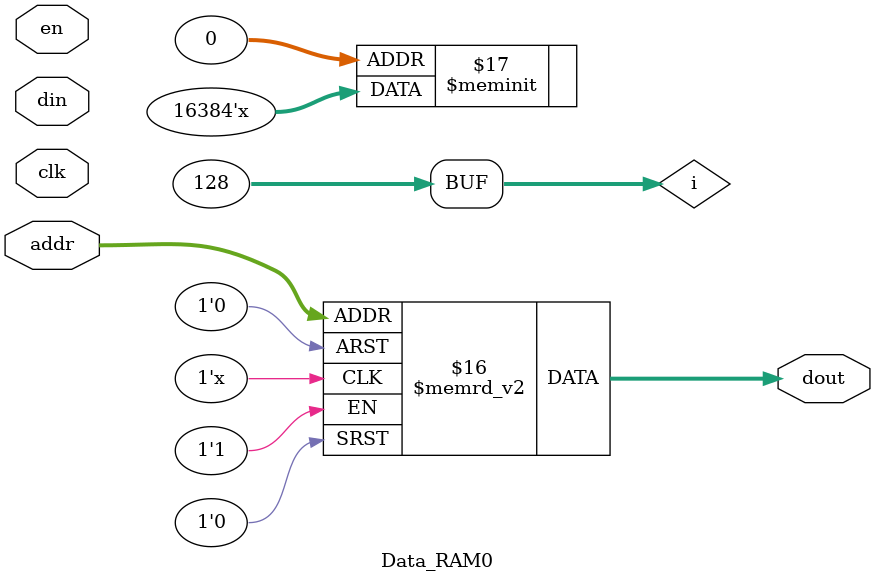
<source format=v>
module Data_RAM0(
    input wire clk,// clock
    input wire en,//enable
    input wire [6:0] addr,//address ? index may be right 7bit
    input wire [127:0] din,//data write in
    output reg [127:0] dout//datar read out
    );
 
    reg [127:0] cache_data_way0[0:127];
    integer i;
    
    //memory initial 
    initial begin
        for(i = 0;i < 128;i = i + 1) begin
            cache_data_way0[i] = 128'b0;
        end
        //$readmemh("D:/XilinxData/ComputerOrganization/Experiment_05/vga_debugger.mem",cache_data_way0);//?
    end
    
    //read and write  data to cache
    always @ (clk)  begin
        dout <= cache_data_way0[addr];
        if(en == 1'b1) begin
            cache_data_way0[addr] <= din;
        end
    end
endmodule
</source>
